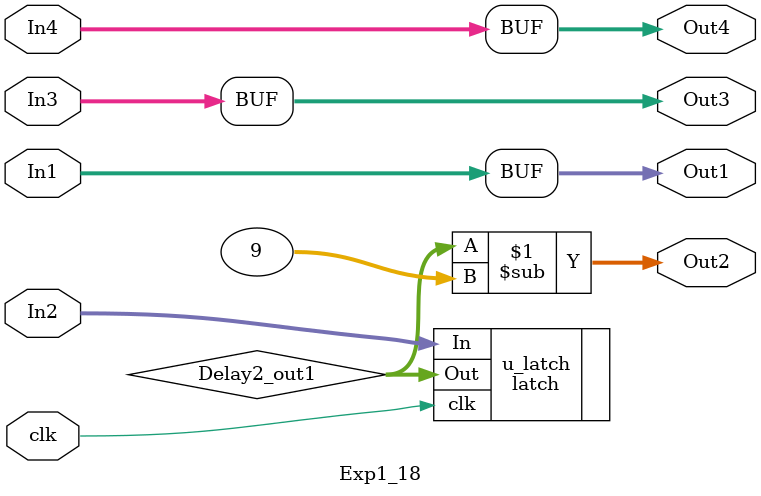
<source format=v>



`timescale 1 ns / 1 ns

module Exp1_18
          (clk,
           In1,
           In2,
           In3,
           In4,
           Out1,
           Out2,
           Out3,
           Out4);


  input   clk;
  input   [31:0] In1;  // uint32
  input   [31:0] In2;  // uint32
  input   [31:0] In3;  // uint32
  input   [31:0] In4;  // uint32
  output  [31:0] Out1;  // uint32
  output  [31:0] Out2;  // uint32
  output  [31:0] Out3;  // uint32
  output  [31:0] Out4;  // uint32

// wire [31:0] Nonce;


  assign Out1 = In1;

  
  wire [31:0] Delay2_out1;  // uint32


latch u_latch (.clk(clk),.In(In2),.Out(Delay2_out1));


  assign Out2 = Delay2_out1-9;


 // latch u_latch_1(.clk(clk),.In(In2),.Out(Nonce));

//   assign Out2 = Nonce - 9; 
 
   assign Out3 = In3;

  assign Out4 = In4;

endmodule  // Exp1_18


</source>
